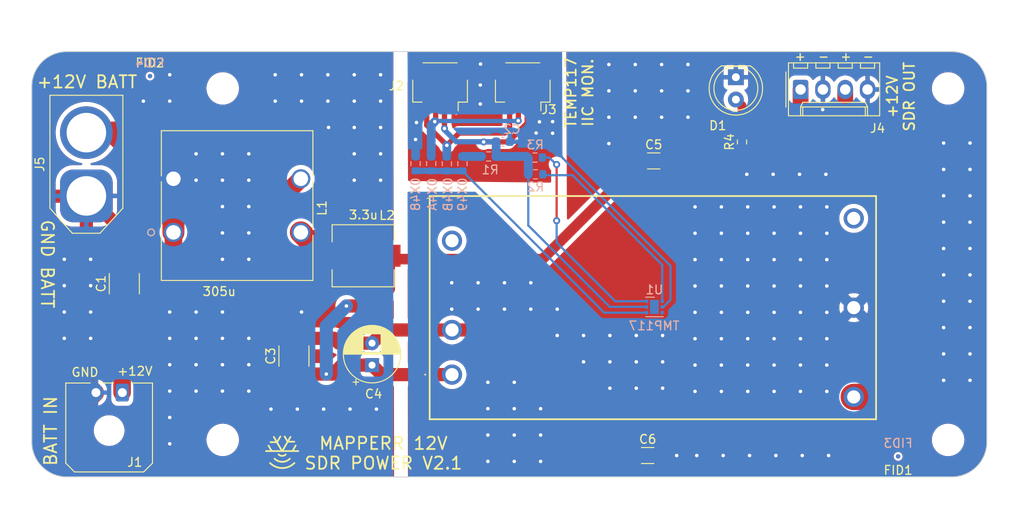
<source format=kicad_pcb>
(kicad_pcb (version 20221018) (generator pcbnew)
  (layers (0 "F.Cu" signal) (31 "B.Cu" signal) (34 "B.Paste" user) (35 "F.Paste" user) (36 "B.SilkS" user "B.Silkscreen") (37 "F.SilkS" user "F.Silkscreen") (38 "B.Mask" user) (39 "F.Mask" user) (44 "Edge.Cuts" user))
  (net 0 "")
  (net 1 "/SDA")
  (net 2 "Net-(U1-ADD0)")
  (net 3 "/SCL")
  (net 4 "/Q_GND")
  (net 5 "Net-(0X49-Pad2)")
  (net 6 "/+V_BATT")
  (net 7 "/-V_BATT")
  (net 8 "/3V3")
  (net 9 "Net-(PS1-+VIN)")
  (net 10 "Net-(PS1--VIN)")
  (net 11 "/+12V")
  (net 12 "/GND_OUT")
  (net 13 "Net-(D1-A)")
  (net 14 "Net-(L1-Pad2)")
  (net 17 "Net-(U1-SCL)")
  (net 18 "Net-(U1-SDA)")
  (footprint "Capacitor_SMD:C_1812_4532Metric" (layer "F.Cu") (at 100.965 85.453 90)
    (fp_text reference "C3")
    (fp_text value "6.8u")
  )
  (footprint "Fiducial:Fiducial_0.5mm_Mask1mm" (layer "F.Cu") (at 169.7228 96.8756)
    (fp_text reference "FID1")
    (fp_text value "Fiducial")
  )
  (footprint "Capacitor_SMD:C_1812_4532Metric" (layer "F.Cu") (at 81.661 77.216 90)
    (fp_text reference "C1")
    (fp_text value "6.8u")
  )
  (footprint "Connector_Molex:Molex_KK-254_AE-6410-04A_1x04_P2.54mm_Vertical" (layer "F.Cu") (at 158.623 55.118)
    (fp_text reference "J4")
    (fp_text value "Conn_01x04")
  )
  (footprint "Connector_JST:JST_SH_SM04B-SRSS-TB_1x04-1MP_P1.00mm_Horizontal" (layer "F.Cu") (at 127.006 54.767 180)
    (fp_text reference "J3")
    (fp_text value "Conn_01x04")
  )
  (footprint "MountingHole:MountingHole_3.2mm_M3" (layer "F.Cu") (at 92.8624 54.996)
    (fp_text reference "H1" hide)
    (fp_text value "MountingHole" hide)
  )
  (footprint "Connector_JST:JST_SH_SM04B-SRSS-TB_1x04-1MP_P1.00mm_Horizontal" (layer "F.Cu") (at 117.596 54.767 180)
    (fp_text reference "J2")
    (fp_text value "Conn_01x04")
  )
  (footprint "MountingHole:MountingHole_3.2mm_M3" (layer "F.Cu") (at 175.4124 94.996)
    (fp_text reference "H4" hide)
    (fp_text value "MountingHole" hide)
  )
  (footprint "MountingHole:MountingHole_3.2mm_M3" (layer "F.Cu") (at 175.4124 54.996)
    (fp_text reference "H3" hide)
    (fp_text value "MountingHole" hide)
  )
  (footprint "Capacitor_SMD:C_1206_3216Metric" (layer "F.Cu") (at 141.908 63.246)
    (fp_text reference "C5")
    (fp_text value "1n")
  )
  (footprint "Connector_Molex:Molex_Micro-Fit_3.0_43650-0200_1x02_P3.00mm_Horizontal" (layer "F.Cu") (at 81.4324 89.6112 180)
    (fp_text reference "J1")
    (fp_text value " Molex MicroFit")
  )
  (footprint "Inductor_THT:TCK-101" (layer "F.Cu") (at 87.249 71.378003)
    (fp_text reference "L1")
    (fp_text value "305u")
  )
  (footprint "Converter_DCDC:Converter_DCDC_TRACO_TEN60-1212" (layer "F.Cu") (at 118.953 87.565)
    (fp_text reference "PS1" hide)
    (fp_text value "TEN_60-1212N" hide)
  )
  (footprint "Capacitor_SMD:C_1206_3216Metric" (layer "F.Cu") (at 141.224 96.774)
    (fp_text reference "C6")
    (fp_text value "1n")
  )
  (footprint "Connector_AMASS:AMASS_XT60-M_1x02_P7.20mm_Vertical" (layer "F.Cu") (at 77.343 67.227 90)
    (fp_text reference "J5")
    (fp_text value "XT60")
  )
  (footprint "Capacitor_THT:CP_Radial_D6.3mm_P2.50mm" (layer "F.Cu") (at 109.855 86.487 90)
    (fp_text reference "C4")
    (fp_text value "15u")
  )
  (footprint "Inductor_SMD:TCK-102" (layer "F.Cu") (at 108.839 74.041)
    (fp_text reference "L2")
    (fp_text value "3.3u")
  )
  (footprint "MountingHole:MountingHole_3.2mm_M3" (layer "F.Cu") (at 92.8624 94.996)
    (fp_text reference "H2" hide)
    (fp_text value "MountingHole" hide)
  )
  (footprint "Resistor_SMD:R_0603_1608Metric" (layer "F.Cu") (at 151.956 61.087 90)
    (fp_text reference "R4")
    (fp_text value "5.1k")
  )
  (footprint "LED_THT:LED_D5.0mm_FlatTop" (layer "F.Cu") (at 151.257 53.721 -90)
    (fp_text reference "D1")
    (fp_text value "LED")
  )
  (footprint "Fiducial:Fiducial_0.5mm_Mask1mm" (layer "F.Cu") (at 84.582 53.594)
    (fp_text reference "FID2")
    (fp_text value "Fiducial")
  )
  (footprint "Resistor_SMD:R_0603_1608Metric" (layer "B.Cu") (at 120.142 63.564 90)
    (fp_text reference "0X49")
    (fp_text value "0" hide)
  )
  (footprint "Resistor_SMD:R_0603_1608Metric" (layer "B.Cu") (at 116.586 63.5508 -90)
    (fp_text reference "0X4A")
    (fp_text value "0" hide)
  )
  (footprint "Resistor_SMD:R_0603_1608Metric" (layer "B.Cu") (at 114.808 63.5508 -90)
    (fp_text reference "0X48")
    (fp_text value "0" hide)
  )
  (footprint "Fiducial:Fiducial_0.5mm_Mask1mm" (layer "B.Cu") (at 169.7228 96.8756 180)
    (fp_text reference "FID3")
    (fp_text value "Fiducial")
  )
  (footprint "Capacitor_SMD:C_0603_1608Metric" (layer "B.Cu") (at 124.7518 61.0616)
    (fp_text reference "C2")
    (fp_text value "100n")
  )
  (footprint "Package_SON:WSON-6-1EP_2x2mm_P0.65mm_EP1x1.6mm" (layer "B.Cu") (at 141.986 79.864 180)
    (fp_text reference "U1")
    (fp_text value "TMP117")
  )
  (footprint "Resistor_SMD:R_0603_1608Metric" (layer "B.Cu") (at 128.46 64.77)
    (fp_text reference "R2")
    (fp_text value "2.2k")
  )
  (footprint "Resistor_SMD:R_0603_1608Metric" (layer "B.Cu") (at 118.364 63.564 -90)
    (fp_text reference "0X4B")
    (fp_text value "0" hide)
  )
  (footprint "Resistor_SMD:R_0603_1608Metric" (layer "B.Cu") (at 123.127 62.738 180)
    (fp_text reference "R1")
    (fp_text value "10.7k")
  )
  (footprint "Fiducial:Fiducial_0.5mm_Mask1mm" (layer "B.Cu") (at 84.582 53.594 180)
    (fp_text reference "FID4")
    (fp_text value "Fiducial")
  )
  (footprint "Resistor_SMD:R_0603_1608Metric" (layer "B.Cu") (at 128.397 62.865)
    (fp_text reference "R3")
    (fp_text value "2.2k")
  )
  (gr_line (start 100.82252 96.219784) (end 101.163355 95.631477) (stroke (width 0.2)) (layer "F.SilkS"))
  (gr_line (start 98.676862 94.65343) (end 99.593724 96.236) (stroke (width 0.2)) (layer "F.SilkS"))
  (gr_line (start 99.906785 94.607215) (end 100.24762 95.195521) (stroke (width 0.2)) (layer "F.SilkS"))
  (gr_curve (pts (xy 98.251286 97.627575) (xy 99.015978 98.389626) (xy 100.253535 98.389626) (xy 101.018227 97.627575)) (stroke (width 0.2)) (layer "F.SilkS"))
  (gr_line (start 97.79 96.266) (end 101.457448 96.266) (stroke (width 0.2)) (layer "F.SilkS"))
  (gr_curve (pts (xy 99.213735 96.646595) (xy 99.44035 96.872427) (xy 99.807098 96.872427) (xy 100.033712 96.646595)) (stroke (width 0.2)) (layer "F.SilkS"))
  (gr_line (start 99.078895 95.195521) (end 99.419731 94.607215) (stroke (width 0.2)) (layer "F.SilkS"))
  (gr_line (start 98.072999 95.647693) (end 98.413834 96.236) (stroke (width 0.2)) (layer "F.SilkS"))
  (gr_curve (pts (xy 98.762573 97.134823) (xy 99.242805 97.613398) (xy 100.020002 97.613398) (xy 100.500234 97.134823)) (stroke (width 0.2)) (layer "F.SilkS"))
  (gr_line (start 98.991427 95.250365) (end 98.309756 95.250365) (stroke (width 0.2)) (layer "F.SilkS"))
  (gr_line (start 101.002765 95.201476) (end 100.321094 95.201476) (stroke (width 0.2)) (layer "F.SilkS"))
  (gr_line (start 99.653724 96.236) (end 100.570586 94.65343) (stroke (width 0.2)) (layer "F.SilkS"))
  (gr_line (start 175.832 99.2124) (end 75.12 99.2124) (stroke (width 0.1)) (layer "Edge.Cuts"))
  (gr_arc (start 75.12 99.2124) (mid 72.291573 98.040827) (end 71.12 95.2124) (stroke (width 0.1)) (layer "Edge.Cuts"))
  (gr_arc (start 175.832 50.8) (mid 178.660427 51.971573) (end 179.832 54.8) (stroke (width 0.1)) (layer "Edge.Cuts"))
  (gr_arc (start 71.12 54.8) (mid 72.291573 51.971573) (end 75.12 50.8) (stroke (width 0.1)) (layer "Edge.Cuts"))
  (gr_line (start 71.12 95.2124) (end 71.12 54.8) (stroke (width 0.1)) (layer "Edge.Cuts"))
  (gr_line (start 75.12 50.8) (end 175.832 50.8) (stroke (width 0.1)) (layer "Edge.Cuts"))
  (gr_line (start 179.832 54.8) (end 179.832 95.2124) (stroke (width 0.1)) (layer "Edge.Cuts"))
  (gr_arc (start 179.832 95.2124) (mid 178.660427 98.040827) (end 175.832 99.2124) (stroke (width 0.1)) (layer "Edge.Cuts"))
  (gr_text "TMP117" (at 144.9324 82.6008) (layer "B.SilkS") (effects (font (size 1 1)) (justify left bottom mirror)))
  (gr_text "GND BATT" (at 72.898 74.9808 -90) (layer "F.SilkS") (effects (font (size 1.4 1.4) (thickness 0.2))))
  (gr_text "+" (at 157.861 51.943) (layer "F.SilkS") (effects (font (size 1 1)) (justify left bottom)))
  (gr_text "BATT IN" (at 73.279 93.98 90) (layer "F.SilkS") (effects (font (size 1.4 1.4) (thickness 0.2))))
  (gr_text "-" (at 160.528 51.943) (layer "F.SilkS") (effects (font (size 1 1)) (justify left bottom)))
  (gr_text "TEMP117\nIIC MON." (at 133.4516 55.4736 90) (layer "F.SilkS") (effects (font (size 1.2 1.2) (thickness 0.2))))
  (gr_text "+12V" (at 80.772 87.757) (layer "F.SilkS") (effects (font (size 1 1)) (justify left bottom)))
  (gr_text "+" (at 163.068 51.943) (layer "F.SilkS") (effects (font (size 1 1)) (justify left bottom)))
  (gr_text "GND" (at 75.565 87.884) (layer "F.SilkS") (effects (font (size 1 1)) (justify left bottom)))
  (gr_text "MAPPERR 12V\nSDR POWER V2.1" (at 111.1504 96.52) (layer "F.SilkS") (effects (font (size 1.4 1.4) (thickness 0.2))))
  (gr_text "+12V\nSDR OUT" (at 170.0276 55.9308 90) (layer "F.SilkS") (effects (font (size 1.2 1.2) (thickness 0.2))))
  (gr_text "+12V BATT" (at 77.4192 54.2544) (layer "F.SilkS") (effects (font (size 1.4 1.4) (thickness 0.2))))
  (gr_text "-" (at 165.608 51.943) (layer "F.SilkS") (effects (font (size 1 1)) (justify left bottom)))
  (segment (start 116.9924 58.7756) (end 116.9924 58.674) (width 0.5) (layer "F.Cu") (net 1))
  (segment (start 117.096 58.5704) (end 117.096 56.767) (width 0.6) (layer "F.Cu") (net 1))
  (segment (start 116.9924 58.674) (end 117.096 58.5704) (width 0.5) (layer "F.Cu") (net 1))
  (segment (start 126.506 58.66) (end 126.492 58.674) (width 0.6) (layer "F.Cu") (net 1))
  (segment (start 126.506 56.767) (end 126.506 58.66) (width 0.6) (layer "F.Cu") (net 1))
  (via (at 126.492 58.674) (size 0.8) (drill 0.4) (layers "F.Cu" "B.Cu") (net 1))
  (via (at 116.9924 58.7756) (size 0.8) (drill 0.4) (layers "F.Cu" "B.Cu") (net 1))
  (segment (start 116.9924 58.7756) (end 117.0664 58.7016) (width 0.5) (layer "B.Cu") (net 1))
  (segment (start 126.4644 58.7016) (end 126.492 58.674) (width 0.5) (layer "B.Cu") (net 1))
  (segment (start 117.0664 58.7016) (end 126.4644 58.7016) (width 0.5) (layer "B.Cu") (net 1))
  (segment (start 116.9924 58.7756) (end 116.586 59.182) (width 1) (layer "B.Cu") (net 1))
  (segment (start 116.586 59.182) (end 116.586 62.7258) (width 1) (layer "B.Cu") (net 1))
  (segment (start 118.364 64.389) (end 120.142 64.389) (width 0.7) (layer "B.Cu") (net 2))
  (segment (start 141.0985 80.514) (end 136.267 80.514) (width 0.25) (layer "B.Cu") (net 2))
  (segment (start 116.586 64.3758) (end 114.808 64.3758) (width 0.7) (layer "B.Cu") (net 2))
  (segment (start 118.364 64.389) (end 116.5992 64.389) (width 0.7) (layer "B.Cu") (net 2))
  (segment (start 136.267 80.514) (end 120.142 64.389) (width 0.25) (layer "B.Cu") (net 2))
  (segment (start 116.5992 64.389) (end 116.586 64.3758) (width 0.7) (layer "B.Cu") (net 2))
  (segment (start 116.078 56.785) (end 116.096 56.767) (width 0.5) (layer "F.Cu") (net 3))
  (segment (start 118.364 61.468) (end 119.761 60.071) (width 0.6) (layer "F.Cu") (net 3))
  (segment (start 118.364 61.468) (end 116.078 59.182) (width 0.6) (layer "F.Cu") (net 3))
  (segment (start 119.761 60.071) (end 124.968 60.071) (width 0.6) (layer "F.Cu") (net 3))
  (segment (start 124.968 60.071) (end 125.506 59.533) (width 0.6) (layer "F.Cu") (net 3))
  (segment (start 116.078 59.182) (end 116.078 56.785) (width 0.6) (layer "F.Cu") (net 3))
  (segment (start 125.506 59.533) (end 125.506 56.767) (width 0.6) (layer "F.Cu") (net 3))
  (via (at 118.364 61.468) (size 0.8) (drill 0.4) (layers "F.Cu" "B.Cu") (net 3))
  (segment (start 118.364 62.739) (end 118.364 61.468) (width 1) (layer "B.Cu") (net 3))
  (segment (start 128.524 56.785) (end 128.506 56.767) (width 0.5) (layer "F.Cu") (net 4))
  (segment (start 119.098 56.769) (end 119.096 56.767) (width 0.6) (layer "F.Cu") (net 4))
  (via (at 130.4036 60.0964) (size 0.8) (drill 0.4) (layers "F.Cu" "B.Cu") (net 4))
  (via (at 114.808 60.8076) (size 0.8) (drill 0.4) (layers "F.Cu" "B.Cu") (net 4))
  (via (at 122.2008 52.2224) (size 0.8) (drill 0.4) (layers "F.Cu" "B.Cu") (net 4))
  (via (at 122.174 54.61) (size 0.8) (drill 0.4) (layers "F.Cu" "B.Cu") (net 4))
  (via (at 122.174 56.769) (size 0.8) (drill 0.4) (layers "F.Cu" "B.Cu") (net 4))
  (via (at 128.524 60.071) (size 0.8) (drill 0.4) (layers "F.Cu" "B.Cu") (net 4))
  (via (at 130.4036 58.7756) (size 0.8) (drill 0.4) (layers "F.Cu" "B.Cu") (net 4))
  (via (at 114.9096 58.8772) (size 0.8) (drill 0.4) (layers "F.Cu" "B.Cu") (net 4))
  (via (at 128.905 58.801) (size 0.8) (drill 0.4) (layers "F.Cu" "B.Cu") (net 4))
  (segment (start 142.8735 79.864) (end 143.015702 79.864) (width 0.25) (layer "B.Cu") (net 4))
  (segment (start 143.8148 75.184) (end 129.6924 61.0616) (width 0.25) (layer "B.Cu") (net 4))
  (segment (start 114.808 62.7258) (end 114.808 60.8076) (width 1) (layer "B.Cu") (net 4))
  (segment (start 129.6924 61.0616) (end 125.5268 61.0616) (width 0.25) (layer "B.Cu") (net 4))
  (segment (start 143.8148 79.064902) (end 143.8148 75.184) (width 0.25) (layer "B.Cu") (net 4))
  (segment (start 143.015702 79.864) (end 143.8148 79.064902) (width 0.25) (layer "B.Cu") (net 4))
  (segment (start 120.142 62.739) (end 122.301 62.739) (width 1) (layer "B.Cu") (net 5))
  (segment (start 122.301 62.739) (end 122.302 62.738) (width 1) (layer "B.Cu") (net 5))
  (segment (start 87.249 69.85) (end 83.82 66.421) (width 2.5) (layer "F.Cu") (net 6))
  (segment (start 84.437 79.266) (end 87.249 76.454) (width 2) (layer "F.Cu") (net 6))
  (segment (start 80.474 60.027) (end 77.343 60.027) (width 2.5) (layer "F.Cu") (net 6))
  (segment (start 87.249 76.454) (end 87.249 71.378003) (width 2) (layer "F.Cu") (net 6))
  (segment (start 81.661 79.266) (end 81.407 79.52) (width 1.5) (layer "F.Cu") (net 6))
  (segment (start 83.82 66.421) (end 83.82 63.373) (width 2.5) (layer "F.Cu") (net 6))
  (segment (start 83.82 63.373) (end 80.474 60.027) (width 2.5) (layer "F.Cu") (net 6))
  (segment (start 81.407 79.266) (end 81.425 79.248) (width 1.2) (layer "F.Cu") (net 6))
  (segment (start 81.407 79.52) (end 81.407 89.5858) (width 2) (layer "F.Cu") (net 6))
  (segment (start 81.425 79.284) (end 81.407 79.266) (width 1.2) (layer "F.Cu") (net 6))
  (segment (start 81.661 79.266) (end 84.437 79.266) (width 2) (layer "F.Cu") (net 6))
  (segment (start 87.249 71.378003) (end 87.249 69.85) (width 2.5) (layer "F.Cu") (net 6))
  (segment (start 81.407 89.5858) (end 81.4324 89.6112) (width 1.5) (layer "F.Cu") (net 6))
  (segment (start 77.343 67.227) (end 77.264 67.306) (width 1.5) (layer "F.Cu") (net 7))
  (segment (start 77.343 67.227) (end 77.3108 67.2592) (width 1.5) (layer "F.Cu") (net 7))
  (segment (start 78.4324 89.6112) (end 78.4324 89.7156) (width 1.5) (layer "F.Cu") (net 7))
  (segment (start 81.4832 74.9882) (end 81.661 75.166) (width 1.5) (layer "F.Cu") (net 7))
  (segment (start 78.4324 89.7156) (end 77.0128 91.1352) (width 1.8) (layer "F.Cu") (net 7))
  (segment (start 77.4886 67.227) (end 81.4832 71.2216) (width 1.5) (layer "F.Cu") (net 7))
  (segment (start 81.4832 71.2216) (end 81.4832 74.9882) (width 1.5) (layer "F.Cu") (net 7))
  (segment (start 77.343 67.227) (end 77.343 73.9562) (width 1.5) (layer "F.Cu") (net 7))
  (segment (start 77.343 73.9562) (end 77.8284 74.4416) (width 1.5) (layer "F.Cu") (net 7))
  (segment (start 77.3108 67.2592) (end 72.1868 67.2592) (width 1.5) (layer "F.Cu") (net 7))
  (segment (start 77.343 67.227) (end 77.4886 67.227) (width 1.5) (layer "F.Cu") (net 7))
  (segment (start 78.4324 89.5576) (end 76.3016 87.4268) (width 1.8) (layer "F.Cu") (net 7))
  (via (at 95.8284 86.4416) (size 0.8) (drill 0.4) (layers "F.Cu" "B.Cu") (net 7))
  (via (at 89.8284 65.4416) (size 0.8) (drill 0.4) (layers "F.Cu" "B.Cu") (net 7))
  (via (at 89.8284 89.4416) (size 0.8) (drill 0.4) (layers "F.Cu" "B.Cu") (net 7))
  (via (at 86.8284 86.4416) (size 0.8) (drill 0.4) (layers "F.Cu" "B.Cu") (net 7))
  (via (at 89.8284 86.4416) (size 0.8) (drill 0.4) (layers "F.Cu" "B.Cu") (net 7))
  (via (at 86.8284 56.4416) (size 0.8) (drill 0.4) (layers "F.Cu" "B.Cu") (net 7))
  (via (at 89.8284 83.4416) (size 0.8) (drill 0.4) (layers "F.Cu" "B.Cu") (net 7))
  (via (at 110.8284 65.4416) (size 0.8) (drill 0.4) (layers "F.Cu" "B.Cu") (net 7))
  (via (at 101.8284 53.4416) (size 0.8) (drill 0.4) (layers "F.Cu" "B.Cu") (net 7))
  (via (at 74.8284 83.4416) (size 0.8) (drill 0.4) (layers "F.Cu" "B.Cu") (net 7))
  (via (at 77.8284 74.4416) (size 0.8) (drill 0.4) (layers "F.Cu" "B.Cu") (net 7))
  (via (at 95.8284 62.4416) (size 0.8) (drill 0.4) (layers "F.Cu" "B.Cu") (net 7))
  (via (at 74.8284 77.4416) (size 0.8) (drill 0.4) (layers "F.Cu" "B.Cu") (net 7))
  (via (at 92.8284 74.4416) (size 0.8) (drill 0.4) (layers "F.Cu" "B.Cu") (net 7))
  (via (at 98.3488 91.4908) (size 0.8) (drill 0.4) (layers "F.Cu" "B.Cu") (net 7))
  (via (at 92.8284 68.4416) (size 0.8) (drill 0.4) (layers "F.Cu" "B.Cu") (net 7))
  (via (at 101.8284 56.4416) (size 0.8) (drill 0.4) (layers "F.Cu" "B.Cu") (net 7))
  (via (at 92.8284 86.4416) (size 0.8) (drill 0.4) (layers "F.Cu" "B.Cu") (net 7))
  (via (at 86.8284 83.4416) (size 0.8) (drill 0.4) (layers "F.Cu" "B.Cu") (net 7))
  (via (at 107.8284 53.4416) (size 0.8) (drill 0.4) (layers "F.Cu" "B.Cu") (net 7))
  (via (at 86.8284 80.4416) (size 0.8) (drill 0.4) (layers "F.Cu" "B.Cu") (net 7))
  (via (at 92.8284 80.4416) (size 0.8) (drill 0.4) (layers "F.Cu" "B.Cu") (net 7))
  (via (at 107.8284 65.4416) (size 0.8) (drill 0.4) (layers "F.Cu" "B.Cu") (net 7))
  (via (at 95.8284 74.4416) (size 0.8) (drill 0.4) (layers "F.Cu" "B.Cu") (net 7))
  (via (at 104.8284 53.4416) (size 0.8) (drill 0.4) (layers "F.Cu" "B.Cu") (net 7))
  (via (at 104.902 59.436) (size 0.8) (drill 0.4) (layers "F.Cu" "B.Cu") (net 7))
  (via (at 92.8284 89.4416) (size 0.8) (drill 0.4) (layers "F.Cu" "B.Cu") (net 7))
  (via (at 95.8284 65.4416) (size 0.8) (drill 0.4) (layers "F.Cu" "B.Cu") (net 7))
  (via (at 74.8284 80.4416) (size 0.8) (drill 0.4) (layers "F.Cu" "B.Cu") (net 7))
  (via (at 86.8284 95.4416) (size 0.8) (drill 0.4) (layers "F.Cu" "B.Cu") (net 7))
  (via (at 77.8284 80.4416) (size 0.8) (drill 0.4) (layers "F.Cu" "B.Cu") (net 7))
  (via (at 92.8284 62.4416) (size 0.8) (drill 0.4) (layers "F.Cu" "B.Cu") (net 7))
  (via (at 95.8284 68.4416) (size 0.8) (drill 0.4) (layers "F.Cu" "B.Cu") (net 7))
  (via (at 74.8284 74.4416) (size 0.8) (drill 0.4) (layers "F.Cu" "B.Cu") (net 7))
  (via (at 107.8284 56.4416) (size 0.8) (drill 0.4) (layers "F.Cu" "B.Cu") (net 7))
  (via (at 92.8284 83.4416) (size 0.8) (drill 0.4) (layers "F.Cu" "B.Cu") (net 7))
  (via (at 110.3488 91.4908) (size 0.8) (drill 0.4) (layers "F.Cu" "B.Cu") (net 7))
  (via (at 110.8284 53.4416) (size 0.8) (drill 0.4) (layers "F.Cu" "B.Cu") (net 7))
  (via (at 107.8284 59.4416) (size 0.8) (drill 0.4) (layers "F.Cu" "B.Cu") (net 7))
  (via (at 89.8284 80.4416) (size 0.8) (drill 0.4) (layers "F.Cu" "B.Cu") (net 7))
  (via (at 107.3488 91.4908) (size 0.8) (drill 0.4) (layers "F.Cu" "B.Cu") (net 7))
  (via (at 86.8284 92.4416) (size 0.8) (drill 0.4) (layers "F.Cu" "B.Cu") (net 7))
  (via (at 110.8284 56.4416) (size 0.8) (drill 0.4) (layers "F.Cu" "B.Cu") (net 7))
  (via (at 92.8284 71.4416) (size 0.8) (drill 0.4) (layers "F.Cu" "B.Cu") (net 7))
  (via (at 83.8284 56.4416) (size 0.8) (drill 0.4) (layers "F.Cu" "B.Cu") (net 7))
  (via (at 95.8284 89.4416) (size 0.8) (drill 0.4) (layers "F.Cu" "B.Cu") (net 7))
  (via (at 95.8284 83.4416) (size 0.8) (drill 0.4) (layers "F.Cu" "B.Cu") (net 7))
  (via (at 89.8284 62.4416) (size 0.8) (drill 0.4) (layers "F.Cu" "B.Cu") (net 7))
  (via (at 101.3488 91.4908) (size 0.8) (drill 0.4) (layers "F.Cu" "B.Cu") (net 7))
  (via (at 101.8284 80.4416) (size 0.8) (drill 0.4) (layers "F.Cu" "B.Cu") (net 7))
  (via (at 92.8284 65.4416) (size 0.8) (drill 0.4) (layers "F.Cu" "B.Cu") (net 7))
  (via (at 104.3488 91.4908) (size 0.8) (drill 0.4) (layers "F.Cu" "B.Cu") (net 7))
  (via (at 107.8284 62.4416) (size 0.8) (drill 0.4) (layers "F.Cu" "B.Cu") (net 7))
  (via (at 77.8284 83.4416) (size 0.8) (drill 0.4) (layers "F.Cu" "B.Cu") (net 7))
  (via (at 95.8284 71.4416) (size 0.8) (drill 0.4) (layers "F.Cu" "B.Cu") (net 7))
  (via (at 86.8284 89.4416) (size 0.8) (drill 0.4) (layers "F.Cu" "B.Cu") (net 7))
  (via (at 98.8284 56.4416) (size 0.8) (drill 0.4) (layers "F.Cu" "B.Cu") (net 7))
  (via (at 110.8284 62.4416) (size 0.8) (drill 0.4) (layers "F.Cu" "B.Cu") (net 7))
  (via (at 86.8284 53.4416) (size 0.8) (drill 0.4) (layers "F.Cu" "B.Cu") (net 7))
  (via (at 98.8284 53.4416) (size 0.8) (drill 0.4) (layers "F.Cu" "B.Cu") (net 7))
  (via (at 104.8284 56.4416) (size 0.8) (drill 0.4) (layers "F.Cu" "B.Cu") (net 7))
  (via (at 77.8284 77.4416) (size 0.8) (drill 0.4) (layers "F.Cu" "B.Cu") (net 7))
  (via (at 110.8284 59.4416) (size 0.8) (drill 0.4) (layers "F.Cu" "B.Cu") (net 7))
  (segment (start 85.725 66.802) (end 85.725 67.183) (width 2.5) (layer "B.Cu") (net 7))
  (segment (start 87.249 65.278) (end 88.519 66.548) (width 2.5) (layer "B.Cu") (net 7))
  (segment (start 87.249 65.278) (end 89.6648 65.278) (width 2.5) (layer "B.Cu") (net 7))
  (segment (start 88.519 66.548) (end 88.519 67.945) (width 2.5) (layer "B.Cu") (net 7))
  (segment (start 78.4324 89.614) (end 77.5716 90.4748) (width 1.5) (layer "B.Cu") (net 7))
  (segment (start 87.249 65.021) (end 89.8284 62.4416) (width 2.5) (layer "B.Cu") (net 7))
  (segment (start 87.249 65.278) (end 85.09 63.119) (width 2.5) (layer "B.Cu") (net 7))
  (segment (start 78.3844 89.6112) (end 76.4032 87.63) (width 1.5) (layer "B.Cu") (net 7))
  (segment (start 89.6648 65.278) (end 89.8284 65.4416) (width 2.5) (layer "B.Cu") (net 7))
  (segment (start 87.249 65.278) (end 85.725 66.802) (width 2.5) (layer "B.Cu") (net 7))
  (segment (start 87.249 65.278) (end 87.249 65.021) (width 2.5) (layer "B.Cu") (net 7))
  (segment (start 78.4324 89.6112) (end 78.4324 89.614) (width 1.5) (layer "B.Cu") (net 7))
  (segment (start 125.351793 61.087) (end 127.506 58.932793) (width 0.6) (layer "F.Cu") (net 8))
  (segment (start 122.555 61.087) (end 125.351793 61.087) (width 0.6) (layer "F.Cu") (net 8))
  (segment (start 127.506 58.932793) (end 127.506 56.767) (width 0.6) (layer "F.Cu") (net 8))
  (segment (start 118.096 59.5516) (end 118.096 56.767) (width 0.6) (layer "F.Cu") (net 8))
  (via (at 118.096 59.5516) (size 0.8) (drill 0.4) (layers "F.Cu" "B.Cu") (net 8))
  (via (at 122.555 61.087) (size 0.8) (drill 0.4) (layers "F.Cu" "B.Cu") (net 8))
  (segment (start 127.635 70.5866) (end 127.635 64.77) (width 0.25) (layer "B.Cu") (net 8))
  (segment (start 123.9768 62.7132) (end 123.952 62.738) (width 1) (layer "B.Cu") (net 8))
  (segment (start 119.4308 61.0616) (end 122.5296 61.0616) (width 0.6) (layer "B.Cu") (net 8))
  (segment (start 119.4308 61.0616) (end 118.096 59.7268) (width 0.6) (layer "B.Cu") (net 8))
  (segment (start 140.956298 79.864) (end 140.949898 79.8576) (width 0.25) (layer "B.Cu") (net 8))
  (segment (start 125.6792 62.738) (end 127.445 62.738) (width 1) (layer "B.Cu") (net 8))
  (segment (start 122.555 61.087) (end 122.5804 61.0616) (width 0.6) (layer "B.Cu") (net 8))
  (segment (start 127.635 62.928) (end 127.572 62.865) (width 1) (layer "B.Cu") (net 8))
  (segment (start 123.952 62.738) (end 125.6792 62.738) (width 1) (layer "B.Cu") (net 8))
  (segment (start 118.096 59.7268) (end 118.096 59.5516) (width 0.6) (layer "B.Cu") (net 8))
  (segment (start 141.0985 79.864) (end 140.956298 79.864) (width 0.25) (layer "B.Cu") (net 8))
  (segment (start 122.5296 61.0616) (end 122.555 61.087) (width 0.6) (layer "B.Cu") (net 8))
  (segment (start 127.445 62.738) (end 127.572 62.865) (width 1) (layer "B.Cu") (net 8))
  (segment (start 122.5804 61.0616) (end 123.9768 61.0616) (width 0.6) (layer "B.Cu") (net 8))
  (segment (start 140.949898 79.8576) (end 136.906 79.8576) (width 0.25) (layer "B.Cu") (net 8))
  (segment (start 123.9768 61.0616) (end 123.9768 62.7132) (width 1) (layer "B.Cu") (net 8))
  (segment (start 136.906 79.8576) (end 127.635 70.5866) (width 0.25) (layer "B.Cu") (net 8))
  (segment (start 127.635 64.77) (end 127.635 62.928) (width 1) (layer "B.Cu") (net 8))
  (segment (start 106.426 86.487) (end 105.41 87.503) (width 1.5) (layer "F.Cu") (net 9))
  (segment (start 111.71555 77.76845) (end 111.71555 74.041) (width 1.5) (layer "F.Cu") (net 9))
  (segment (start 111.71555 74.041) (end 111.94955 74.275) (width 1.5) (layer "F.Cu") (net 9))
  (segment (start 104.648 87.503) (end 100.965 87.503) (width 1.5) (layer "F.Cu") (net 9))
  (segment (start 110.933 87.565) (end 109.855 86.487) (width 1.5) (layer "F.Cu") (net 9))
  (segment (start 106.934 79.756) (end 109.728 79.756) (width 1.5) (layer "F.Cu") (net 9))
  (segment (start 118.953 87.565) (end 110.933 87.565) (width 1.5) (layer "F.Cu") (net 9))
  (segment (start 105.41 87.503) (end 104.648 87.503) (width 1.5) (layer "F.Cu") (net 9))
  (segment (start 109.728 79.756) (end 111.71555 77.76845) (width 1.5) (layer "F.Cu") (net 9))
  (segment (start 140.433 63.246) (end 129.257 74.422) (width 1.2) (layer "F.Cu") (net 9))
  (segment (start 109.855 86.487) (end 106.426 86.487) (width 1.5) (layer "F.Cu") (net 9))
  (segment (start 112.09655 74.422) (end 111.71555 74.041) (width 1.2) (layer "F.Cu") (net 9))
  (segment (start 129.257 74.422) (end 112.09655 74.422) (width 1.2) (layer "F.Cu") (net 9))
  (via (at 106.934 79.756) (size 0.8) (drill 0.4) (layers "F.Cu" "B.Cu") (net 9))
  (via (at 104.648 87.503) (size 0.8) (drill 0.4) (layers "F.Cu" "B.Cu") (net 9))
  (segment (start 104.648 82.042) (end 106.934 79.756) (width 1.5) (layer "B.Cu") (net 9))
  (segment (start 104.648 87.503) (end 104.648 82.042) (width 1.5) (layer "B.Cu") (net 9))
  (segment (start 118.953 82.485) (end 111.357 82.485) (width 1.5) (layer "F.Cu") (net 10))
  (segment (start 109.855 83.987) (end 106.085 83.987) (width 1.5) (layer "F.Cu") (net 10))
  (segment (start 105.537 83.439) (end 101.001 83.439) (width 1.5) (layer "F.Cu") (net 10))
  (segment (start 106.085 83.987) (end 105.537 83.439) (width 1.5) (layer "F.Cu") (net 10))
  (segment (start 125.46 82.485) (end 139.749 96.774) (width 1.5) (layer "F.Cu") (net 10))
  (segment (start 98.933 81.371) (end 98.933 68.093997) (width 2) (layer "F.Cu") (net 10))
  (segment (start 100.965 83.403) (end 99.917004 83.403) (width 1.5) (layer "F.Cu") (net 10))
  (segment (start 118.953 82.485) (end 125.46 82.485) (width 1.5) (layer "F.Cu") (net 10))
  (segment (start 100.965 83.403) (end 99.659 83.403) (width 1.2) (layer "F.Cu") (net 10))
  (segment (start 111.357 82.485) (end 109.855 83.987) (width 1.5) (layer "F.Cu") (net 10))
  (segment (start 101.001 83.439) (end 98.933 81.371) (width 2) (layer "F.Cu") (net 10))
  (segment (start 98.933 68.093997) (end 101.748997 65.278) (width 2) (layer "F.Cu") (net 10))
  (segment (start 101.001 83.439) (end 100.965 83.403) (width 1.2) (layer "F.Cu") (net 10))
  (segment (start 150.622 63.246) (end 151.956 61.912) (width 1) (layer "F.Cu") (net 11))
  (segment (start 167.959 90.105) (end 170.8912 87.1728) (width 3) (layer "F.Cu") (net 11))
  (segment (start 163.703 59.69) (end 160.02 59.69) (width 1.8) (layer "F.Cu") (net 11))
  (segment (start 170.8912 87.1728) (end 170.8912 66.8782) (width 3) (layer "F.Cu") (net 11))
  (segment (start 160.02 59.69) (end 158.623 58.293) (width 1.8) (layer "F.Cu") (net 11))
  (segment (start 164.673 90.105) (end 167.959 90.105) (width 3) (layer "F.Cu") (net 11))
  (segment (start 155.004 61.912) (end 158.623 58.293) (width 1) (layer "F.Cu") (net 11))
  (segment (start 151.956 61.912) (end 155.004 61.912) (width 1) (layer "F.Cu") (net 11))
  (segment (start 158.623 58.293) (end 158.623 55.118) (width 1.8) (layer "F.Cu") (net 11))
  (segment (start 163.703 59.69) (end 163.703 55.118) (width 1.8) (layer "F.Cu") (net 11))
  (segment (start 170.8912 66.8782) (end 163.703 59.69) (width 3) (layer "F.Cu") (net 11))
  (segment (start 143.383 63.246) (end 150.622 63.246) (width 1) (layer "F.Cu") (net 11))
  (segment (start 163.084 81.534) (end 162.433 81.534) (width 1.2) (layer "F.Cu") (net 12))
  (segment (start 164.673 79.945) (end 165.9335 78.6845) (width 1.2) (layer "F.Cu") (net 12))
  (segment (start 164.673 79.945) (end 166.37 81.642) (width 1.2) (layer "F.Cu") (net 12))
  (segment (start 163.084 81.534) (end 164.673 79.945) (width 1.2) (layer "F.Cu") (net 12))
  (segment (start 142.699 96.774) (end 144.526 96.774) (width 1.5) (layer "F.Cu") (net 12))
  (segment (start 166.497 78.121) (end 166.497 78.105) (width 1.2) (layer "F.Cu") (net 12))
  (segment (start 164.673 79.945) (end 162.96 78.232) (width 1.2) (layer "F.Cu") (net 12))
  (segment (start 162.96 78.232) (end 162.814 78.232) (width 1.2) (layer "F.Cu") (net 12))
  (segment (start 166.37 81.642) (end 166.37 81.661) (width 1.2) (layer "F.Cu") (net 12))
  (via (at 146.6088 89.4784) (size 0.8) (drill 0.4) (layers "F.Cu" "B.Cu") (net 12))
  (via (at 129.0376 94.4428) (size 0.8) (drill 0.4) (layers "F.Cu" "B.Cu") (net 12))
  (via (at 152.6088 83.4784) (size 0.8) (drill 0.4) (layers "F.Cu" "B.Cu") (net 12))
  (via (at 142.9228 86.1144) (size 0.8) (drill 0.4) (layers "F.Cu" "B.Cu") (net 12))
  (via (at 146.6088 86.4784) (size 0.8) (drill 0.4) (layers "F.Cu" "B.Cu") (net 12))
  (via (at 152.6088 74.4784) (size 0.8) (drill 0.4) (layers "F.Cu" "B.Cu") (net 12))
  (via (at 177.9044 79.214) (size 0.8) (drill 0.4) (layers "F.Cu" "B.Cu") (net 12))
  (via (at 145.8072 52.2732) (size 0.8) (drill 0.4) (layers "F.Cu" "B.Cu") (net 12))
  (via (at 145.8072 55.2732) (size 0.8) (drill 0.4) (layers "F.Cu" "B.Cu") (net 12))
  (via (at 139.9228 86.1144) (size 0.8) (drill 0.4) (layers "F.Cu" "B.Cu") (net 12))
  (via (at 155.6088 89.4784) (size 0.8) (drill 0.4) (layers "F.Cu" "B.Cu") (net 12))
  (via (at 155.6088 86.4784) (size 0.8) (drill 0.4) (layers "F.Cu" "B.Cu") (net 12))
  (via (at 161.812 96.774) (size 0.8) (drill 0.4) (layers "F.Cu" "B.Cu") (net 12))
  (via (at 144.526 96.774) (size 0.8) (drill 0.4) (layers "F.Cu" "B.Cu") (net 12))
  (via (at 139.8072 55.2732) (size 0.8) (drill 0.4) (layers "F.Cu" "B.Cu") (net 12))
  (via (at 136.8072 52.2732) (size 0.8) (drill 0.4) (layers "F.Cu" "B.Cu") (net 12))
  (via (at 149.6088 68.4784) (size 0.8) (drill 0.4) (layers "F.Cu" "B.Cu") (net 12))
  (via (at 174.9044 61.214) (size 0.8) (drill 0.4) (layers "F.Cu" "B.Cu") (net 12))
  (via (at 152.6088 68.4784) (size 0.8) (drill 0.4) (layers "F.Cu" "B.Cu") (net 12))
  (via (at 158.6088 74.4784) (size 0.8) (drill 0.4) (layers "F.Cu" "B.Cu") (net 12))
  (via (at 174.9044 85.214) (size 0.8) (drill 0.4) (layers "F.Cu" "B.Cu") (net 12))
  (via (at 149.812 96.774) (size 0.8) (drill 0.4) (layers "F.Cu" "B.Cu") (net 12))
  (via (at 145.8072 58.2732) (size 0.8) (drill 0.4) (layers "F.Cu" "B.Cu") (net 12))
  (via (at 174.9044 76.214) (size 0.8) (drill 0.4) (layers "F.Cu" "B.Cu") (net 12))
  (via (at 161.6088 83.4784) (size 0.8) (drill 0.4) (layers "F.Cu" "B.Cu") (net 12))
  (via (at 177.9044 73.214) (size 0.8) (drill 0.4) (layers "F.Cu" "B.Cu") (net 12))
  (via (at 152.5016 64.77) (size 0.8) (drill 0.4) (layers "F.Cu" "B.Cu") (net 12))
  (via (at 142.8072 52.2732) (size 0.8) (drill 0.4) (layers "F.Cu" "B.Cu") (net 12))
  (via (at 177.9044 67.214) (size 0.8) (drill 0.4) (layers "F.Cu" "B.Cu") (net 12))
  (via (at 146.6088 68.4784) (size 0.8) (drill 0.4) (layers "F.Cu" "B.Cu") (net 12))
  (via (at 136.9228 83.1144) (size 0.8) (drill 0.4) (layers "F.Cu" "B.Cu") (net 12))
  (via (at 158.812 96.774) (size 0.8) (drill 0.4) (layers "F.Cu" "B.Cu") (net 12))
  (via (at 174.9044 70.214) (size 0.8) (drill 0.4) (layers "F.Cu" "B.Cu") (net 12))
  (via (at 118.9228 77.1144) (size 0.8) (drill 0.4) (layers "F.Cu" "B.Cu") (net 12))
  (via (at 177.9044 70.214) (size 0.8) (drill 0.4) (layers "F.Cu" "B.Cu") (net 12))
  (via (at 133.9228 86.1144) (size 0.8) (drill 0.4) (layers "F.Cu" "B.Cu") (net 12))
  (via (at 161.6088 80.4784) (size 0.8) (drill 0.4) (layers "F.Cu" "B.Cu") (net 12))
  (via (at 124.9228 77.1144) (size 0.8) (drill 0.4) (layers "F.Cu" "B.Cu") (net 12))
  (via (at 139.9228 83.1144) (size 0.8) (drill 0.4) (layers "F.Cu" "B.Cu") (net 12))
  (via (at 130.9228 83.1144) (size 0.8) (drill 0.4) (layers "F.Cu" "B.Cu") (net 12))
  (via (at 152.6088 80.4784) (size 0.8) (drill 0.4) (layers "F.Cu" "B.Cu") (net 12))
  (via (at 161.1376 57.404) (size 0.8) (drill 0.4) (layers "F.Cu" "B.Cu") (net 12))
  (via (at 129.0376 97.4428) (size 0.8) (drill 0.4) (layers "F.Cu" "B.Cu") (net 12))
  (via (at 174.9044 64.214) (size 0.8) (drill 0.4) (layers "F.Cu" "B.Cu") (net 12))
  (via (at 149.6088 83.4784) (size 0.8) (drill 0.4) (layers "F.Cu" "B.Cu") (net 12))
  (via (at 121.9228 77.1144) (size 0.8) (drill 0.4) (layers "F.Cu" "B.Cu") (net 12))
  (via (at 155.812 96.774) (size 0.8) (drill 0.4) (layers "F.Cu" "B.Cu") (net 12))
  (via (at 146.6088 83.4784) (size 0.8) (drill 0.4) (layers "F.Cu" "B.Cu") (net 12))
  (via (at 177.9044 64.214) (size 0.8) (drill 0.4) (layers "F.Cu" "B.Cu") (net 12))
  (via (at 174.9044 82.214) (size 0.8) (drill 0.4) (layers "F.Cu" "B.Cu") (net 12))
  (via (at 174.9044 73.214) (size 0.8) (drill 0.4) (layers "F.Cu" "B.Cu") (net 12))
  (via (at 158.6088 83.4784) (size 0.8) (drill 0.4) (layers "F.Cu" "B.Cu") (net 12))
  (via (at 174.9044 88.214) (size 0.8) (drill 0.4) (layers "F.Cu" "B.Cu") (net 12))
  (via (at 146.6088 74.4784) (size 0.8) (drill 0.4) (layers "F.Cu" "B.Cu") (net 12))
  (via (at 126.0376 88.4428) (size 0.8) (drill 0.4) (layers "F.Cu" "B.Cu") (net 12))
  (via (at 152.6088 86.4784) (size 0.8) (drill 0.4) (layers "F.Cu" "B.Cu") (net 12))
  (via (at 174.9044 79.214) (size 0.8) (drill 0.4) (layers "F.Cu" "B.Cu") (net 12))
  (via (at 136.8072 58.2732) (size 0.8) (drill 0.4) (layers "F.Cu" "B.Cu") (net 12))
  (via (at 149.6088 80.4784) (size 0.8) (drill 0.4) (layers "F.Cu" "B.Cu") (net 12))
  (via (at 142.9228 83.1144) (size 0.8) (drill 0.4) (layers "F.Cu" "B.Cu") (net 12))
  (via (at 155.6088 74.4784) (size 0.8) (drill 0.4) (layers "F.Cu" "B.Cu") (net 12))
  (via (at 158.6088 77.4784) (size 0.8) (drill 0.4) (layers "F.Cu" "B.Cu") (net 12))
  (via (at 133.9228 83.1144) (size 0.8) (drill 0.4) (layers "F.Cu" "B.Cu") (net 12))
  (via (at 127.9228 77.1144) (size 0.8) (drill 0.4) (layers "F.Cu" "B.Cu") (net 12))
  (via (at 130.9228 80.1144) (size 0.8) (drill 0.4) (layers "F.Cu" "B.Cu") (net 12))
  (via (at 177.9044 88.214) (size 0.8) (drill 0.4) (layers "F.Cu" "B.Cu") (net 12))
  (via (at 161.6088 89.4784) (size 0.8) (drill 0.4) (layers "F.Cu" "B.Cu") (net 12))
  (via (at 149.6088 86.4784) (size 0.8) (drill 0.4) (layers "F.Cu" "B.Cu") (net 12))
  (via (at 136.9228 89.1144) (size 0.8) (drill 0.4) (layers "F.Cu" "B.Cu") (net 12))
  (via (at 127.9228 80.1144) (size 0.8) (drill 0.4) (layers "F.Cu" "B.Cu") (net 12))
  (via (at 149.6088 77.4784) (size 0.8) (drill 0.4) (layers "F.Cu" "B.Cu") (net 12))
  (via (at 177.9044 76.214) (size 0.8) (drill 0.4) (layers "F.Cu" "B.Cu") (net 12))
  (via (at 161.6088 77.4784) (size 0.8) (drill 0.4) (layers "F.Cu" "B.Cu") (net 12))
  (via (at 161.6088 68.4784) (size 0.8) (drill 0.4) (layers "F.Cu" "B.Cu") (net 12))
  (via (at 146.6088 71.4784) (size 0.8) (drill 0.4) (layers "F.Cu" "B.Cu") (net 12))
  (via (at 126.0376 94.4428) (size 0.8) (drill 0.4) (layers "F.Cu" "B.Cu") (net 12))
  (via (at 158.6088 68.4784) (size 0.8) (drill 0.4) (layers "F.Cu" "B.Cu") (net 12))
  (via (at 152.812 96.774) (size 0.8) (drill 0.4) (layers "F.Cu" "B.Cu") (net 12))
  (via (at 142.8072 58.2732) (size 0.8) (drill 0.4) (layers "F.Cu" "B.Cu") (net 12))
  (via (at 158.5016 64.77) (size 0.8) (drill 0.4) (layers "F.Cu" "B.Cu") (net 12))
  (via (at 146.6088 80.4784) (size 0.8) (drill 0.4) (layers "F.Cu" "B.Cu") (net 12))
  (via (at 123.0376 94.4428) (size 0.8) (drill 0.4) (layers "F.Cu" "B.Cu") (net 12))
  (via (at 136.9228 86.1144) (size 0.8) (drill 0.4) (layers "F.Cu" "B.Cu") (net 12))
  (via (at 155.6088 68.4784) (size 0.8) (drill 0.4) (layers "F.Cu" "B.Cu") (net 12))
  (via (at 155.5016 64.77) (size 0.8) (drill 0.4) (layers "F.Cu" "B.Cu") (net 12))
  (via (at 149.6088 89.4784) (size 0.8) (drill 0.4) (layers "F.Cu" "B.Cu") (net 12))
  (via (at 149.6088 71.4784) (size 0.8) (drill 0.4) (layers "F.Cu" "B.Cu") (net 12))
  (via (at 121.9228 80.1144) (size 0.8) (drill 0.4) (layers "F.Cu" "B.Cu") (net 12))
  (via (at 152.6088 71.4784) (size 0.8) (drill 0.4) (layers "F.Cu" "B.Cu") (net 12))
  (via (at 158.6088 80.4784) (size 0.8) (drill 0.4) (layers "F.Cu" "B.Cu") (net 12))
  (via (at 139.8072 52.2732) (size 0.8) (drill 0.4) (layers "F.Cu" "B.Cu") (net 12))
  (via (at 149.6088 74.4784) (size 0.8) (drill 0.4) (layers "F.Cu" "B.Cu") (net 12))
  (via (at 155.6088 80.4784) (size 0.8) (drill 0.4) (layers "F.Cu" "B.Cu") (net 12))
  (via (at 161.6088 74.4784) (size 0.8) (drill 0.4) (layers "F.Cu" "B.Cu") (net 12))
  (via (at 146.812 96.774) (size 0.8) (drill 0.4) (layers "F.Cu" "B.Cu") (net 12))
  (via (at 174.9044 67.214) (size 0.8) (drill 0.4) (layers "F.Cu" "B.Cu") (net 12))
  (via (at 161.5016 64.77) (size 0.8) (drill 0.4) (layers "F.Cu" "B.Cu") (net 12))
  (via (at 158.6088 89.4784) (size 0.8) (drill 0.4) (layers "F.Cu" "B.Cu") (net 12))
  (via (at 123.0376 91.4428) (size 0.8) (drill 0.4) (layers "F.Cu" "B.Cu") (net 12))
  (via (at 118.9228 80.1144) (size 0.8) (drill 0.4) (layers "F.Cu" "B.Cu") (net 12))
  (via (at 152.6088 77.4784) (size 0.8) (drill 0.4) (layers "F.Cu" "B.Cu") (net 12))
  (via (at 155.6088 71.4784) (size 0.8) (drill 0.4) (layers "F.Cu" "B.Cu") (net 12))
  (via (at 123.0376 88.4428) (size 0.8) (drill 0.4) (layers "F.Cu" "B.Cu") (net 12))
  (via (at 158.6088 86.4784) (size 0.8) (drill 0.4) (layers "F.Cu" "B.Cu") (net 12))
  (via (at 161.6088 86.4784) (size 0.8) (drill 0.4) (layers "F.Cu" "B.Cu") (net 12))
  (via (at 152.6088 89.4784) (size 0.8) (drill 0.4) (layers "F.Cu" "B.Cu") (net 12))
  (via (at 155.6088 83.4784) (size 0.8) (drill 0.4) (layers "F.Cu" "B.Cu") (net 12))
  (via (at 139.9228 89.1144) (size 0.8) (drill 0.4) (layers "F.Cu" "B.Cu") (net 12))
  (via (at 136.8072 55.2732) (size 0.8) (drill 0.4) (layers "F.Cu" "B.Cu") (net 12))
  (via (at 177.9044 85.214) (size 0.8) (drill 0.4) (layers "F.Cu" "B.Cu") (net 12))
  (via (at 161.6088 71.4784) (size 0.8) (drill 0.4) (layers "F.Cu" "B.Cu") (net 12))
  (via (at 123.0376 97.4428) (size 0.8) (drill 0.4) (layers "F.Cu" "B.Cu") (net 12))
  (via (at 142.9228 89.1144) (size 0.8) (drill 0.4) (layers "F.Cu" "B.Cu") (net 12))
  (via (at 126.0376 91.4428) (size 0.8) (drill 0.4) (layers "F.Cu" "B.Cu") (net 12))
  (via (at 158.6088 71.4784) (size 0.8) (drill 0.4) (layers "F.Cu" "B.Cu") (net 12))
  (via (at 177.9044 61.214) (size 0.8) (drill 0.4) (layers "F.Cu" "B.Cu") (net 12))
  (via (at 126.0376 97.4428) (size 0.8) (drill 0.4) (layers "F.Cu" "B.Cu") (net 12))
  (via (at 139.8072 58.2732) (size 0.8) (drill 0.4) (layers "F.Cu" "B.Cu") (net 12))
  (via (at 129.0376 91.4428) (size 0.8) (drill 0.4) (layers "F.Cu" "B.Cu") (net 12))
  (via (at 146.6088 77.4784) (size 0.8) (drill 0.4) (layers "F.Cu" "B.Cu") (net 12))
  (via (at 155.6088 77.4784) (size 0.8) (drill 0.4) (layers "F.Cu" "B.Cu") (net 12))
  (via (at 142.8072 55.2732) (size 0.8) (drill 0.4) (layers "F.Cu" "B.Cu") (net 12))
  (via (at 177.9044 82.214) (size 0.8) (drill 0.4) (layers "F.Cu" "B.Cu") (net 12))
  (via (at 124.9228 80.1144) (size 0.8) (drill 0.4) (layers "F.Cu" "B.Cu") (net 12))
  (via (at 136.8072 61.2732) (size 0.8) (drill 0.4) (layers "F.Cu" "B.Cu") (net 12))
  (segment (start 164.673 79.945) (end 166.497 81.769) (width 1.2) (layer "B.Cu") (net 12))
  (segment (start 166.37 78.248) (end 166.37 78.105) (width 1.2) (layer "B.Cu") (net 12))
  (segment (start 163.084 81.534) (end 162.179 81.534) (width 1.2) (layer "B.Cu") (net 12))
  (segment (start 164.673 79.945) (end 166.37 78.248) (width 1.2) (layer "B.Cu") (net 12))
  (segment (start 166.497 81.769) (end 166.497 82.042) (width 1.2) (layer "B.Cu") (net 12))
  (segment (start 164.673 79.945) (end 163.084 81.534) (width 1.2) (layer "B.Cu") (net 12))
  (segment (start 162.941 78.213) (end 162.941 77.978) (width 1.2) (layer "B.Cu") (net 12))
  (segment (start 164.673 79.945) (end 162.941 78.213) (width 1.2) (layer "B.Cu") (net 12))
  (segment (start 151.956 60.262) (end 151.956 56.96) (width 1) (layer "F.Cu") (net 13))
  (segment (start 151.956 56.96) (end 151.257 56.261) (width 1) (layer "F.Cu") (net 13))
  (segment (start 105.96245 74.041) (end 104.411994 74.041) (width 2.5) (layer "F.Cu") (net 14))
  (segment (start 104.411994 74.041) (end 101.748997 71.378003) (width 2.5) (layer "F.Cu") (net 14))
  (segment (start 142.8735 79.214) (end 142.8735 75.079504) (width 0.25) (layer "B.Cu") (net 17))
  (segment (start 129.3866 64.8716) (end 129.285 64.77) (width 0.25) (layer "B.Cu") (net 17))
  (segment (start 142.8735 75.079504) (end 132.665596 64.8716) (width 0.25) (layer "B.Cu") (net 17))
  (segment (start 132.665596 64.8716) (end 129.3866 64.8716) (width 0.25) (layer "B.Cu") (net 17))
  (segment (start 130.8608 70.0532) (end 130.8608 63.7032) (width 0.25) (layer "F.Cu") (net 18))
  (via (at 130.8608 63.6524) (size 0.8) (drill 0.4) (layers "F.Cu" "B.Cu") (net 18))
  (via (at 130.8608 70.0532) (size 0.8) (drill 0.4) (layers "F.Cu" "B.Cu") (net 18))
  (segment (start 130.8608 70.0532) (end 130.8608 70.2056) (width 0.25) (layer "B.Cu") (net 18))
  (segment (start 137.5324 79.214) (end 130.8608 72.5424) (width 0.25) (layer "B.Cu") (net 18))
  (segment (start 130.0226 62.865) (end 129.222 62.865) (width 0.25) (layer "B.Cu") (net 18))
  (segment (start 130.8608 63.7032) (end 130.8608 63.7032) (width 0.25) (layer "B.Cu") (net 18))
  (segment (start 141.0985 79.214) (end 137.5324 79.214) (width 0.25) (layer "B.Cu") (net 18))
  (segment (start 130.8608 63.7032) (end 130.8608 63.6524) (width 0.25) (layer "B.Cu") (net 18))
  (segment (start 130.81 63.6524) (end 130.0226 62.865) (width 0.25) (layer "B.Cu") (net 18))
  (segment (start 130.8608 63.6524) (end 130.81 63.6524) (width 0.25) (layer "B.Cu") (net 18))
  (segment (start 130.8608 72.5424) (end 130.8608 70.0532) (width 0.25) (layer "B.Cu") (net 18))
  (zone (net 4) (net_name "/Q_GND") (layer "F.Cu") (connect_pads (clearance 0.5)) (min_thickness 0.25) (fill yes (thermal_gap 0.5) (thermal_bridge_width 0.5))
    (polygon (pts (xy 113.8936 49.3268) (xy 131.572 49.5808) (xy 131.6228 65.7352) (xy 113.9444 65.532)))
  )
  (zone (net 7) (net_name "/-V_BATT") (layer "F.Cu") (priority 2) (connect_pads (clearance 0.5)) (min_thickness 0.25) (fill yes (thermal_gap 0.5) (thermal_bridge_width 0.5))
    (polygon (pts (xy 112.268 45.974) (xy 112.3696 102.0572) (xy 67.5132 101.3968) (xy 70.0024 46.4312)))
  )
  (zone (net 12) (net_name "/GND_OUT") (layer "F.Cu") (priority 1) (connect_pads (clearance 0.5)) (min_thickness 0.25) (fill yes (thermal_gap 0.5) (thermal_bridge_width 0.5))
    (polygon (pts (xy 113.899894 69.977395) (xy 113.9444 102.7684) (xy 184.003894 103.454595) (xy 183.749894 44.932995) (xy 131.933894 46.812595) (xy 132.035494 69.977395)))
  )
  (zone (net 4) (net_name "/Q_GND") (layer "B.Cu") (connect_pads (clearance 0.5)) (min_thickness 0.25) (fill yes (thermal_gap 0.5) (thermal_bridge_width 0.5))
    (polygon (pts (xy 113.8936 49.3268) (xy 131.572 49.5808) (xy 131.6228 65.7352) (xy 113.9444 65.532)))
  )
  (zone (net 7) (net_name "/-V_BATT") (layer "B.Cu") (priority 2) (connect_pads (clearance 0.5)) (min_thickness 0.25) (fill yes (thermal_gap 0.5) (thermal_bridge_width 0.5))
    (polygon (pts (xy 112.268 45.974) (xy 112.268 102.3112) (xy 67.5132 101.3968) (xy 70.0024 46.4312)))
  )
  (zone (net 12) (net_name "/GND_OUT") (layer "B.Cu") (priority 1) (connect_pads (clearance 0.5)) (min_thickness 0.25) (fill yes (thermal_gap 0.5) (thermal_bridge_width 0.5))
    (polygon (pts (xy 113.8936 66.7512) (xy 113.9952 102.6668) (xy 184.0484 103.5812) (xy 183.7944 45.0596) (xy 131.9784 46.9392) (xy 132.0292 66.7512)))
  )
)
</source>
